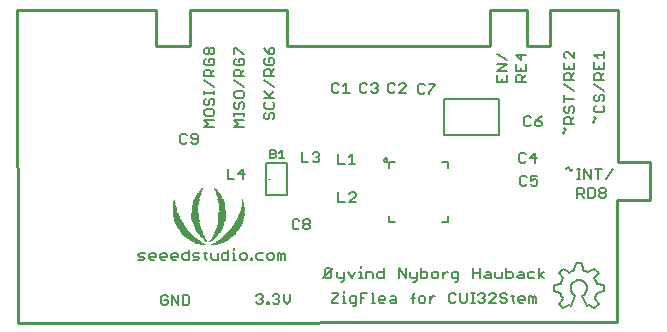
<source format=gto>
G75*
G70*
%OFA0B0*%
%FSLAX24Y24*%
%IPPOS*%
%LPD*%
%AMOC8*
5,1,8,0,0,1.08239X$1,22.5*
%
%ADD10C,0.0100*%
%ADD11C,0.0050*%
%ADD12C,0.0060*%
%ADD13C,0.0039*%
%ADD14R,0.0005X0.0005*%
%ADD15R,0.0035X0.0005*%
%ADD16R,0.0025X0.0005*%
%ADD17R,0.0060X0.0005*%
%ADD18R,0.0090X0.0005*%
%ADD19R,0.0085X0.0005*%
%ADD20R,0.0110X0.0005*%
%ADD21R,0.0115X0.0005*%
%ADD22R,0.0120X0.0005*%
%ADD23R,0.0125X0.0005*%
%ADD24R,0.0150X0.0005*%
%ADD25R,0.0145X0.0005*%
%ADD26R,0.0155X0.0005*%
%ADD27R,0.0160X0.0005*%
%ADD28R,0.0170X0.0005*%
%ADD29R,0.0175X0.0005*%
%ADD30R,0.0180X0.0005*%
%ADD31R,0.0195X0.0005*%
%ADD32R,0.0190X0.0005*%
%ADD33R,0.0200X0.0005*%
%ADD34R,0.0205X0.0005*%
%ADD35R,0.0010X0.0005*%
%ADD36R,0.0220X0.0005*%
%ADD37R,0.0225X0.0005*%
%ADD38R,0.0230X0.0005*%
%ADD39R,0.0235X0.0005*%
%ADD40R,0.0245X0.0005*%
%ADD41R,0.0240X0.0005*%
%ADD42R,0.0250X0.0005*%
%ADD43R,0.0015X0.0005*%
%ADD44R,0.0255X0.0005*%
%ADD45R,0.0260X0.0005*%
%ADD46R,0.0020X0.0005*%
%ADD47R,0.0270X0.0005*%
%ADD48R,0.0030X0.0005*%
%ADD49R,0.0265X0.0005*%
%ADD50R,0.0275X0.0005*%
%ADD51R,0.0040X0.0005*%
%ADD52R,0.0045X0.0005*%
%ADD53R,0.0280X0.0005*%
%ADD54R,0.0050X0.0005*%
%ADD55R,0.0055X0.0005*%
%ADD56R,0.0065X0.0005*%
%ADD57R,0.0285X0.0005*%
%ADD58R,0.0070X0.0005*%
%ADD59R,0.0290X0.0005*%
%ADD60R,0.0075X0.0005*%
%ADD61R,0.0295X0.0005*%
%ADD62R,0.0080X0.0005*%
%ADD63R,0.0095X0.0005*%
%ADD64R,0.0100X0.0005*%
%ADD65R,0.0105X0.0005*%
%ADD66R,0.0300X0.0005*%
%ADD67R,0.0130X0.0005*%
%ADD68R,0.0305X0.0005*%
%ADD69R,0.0135X0.0005*%
%ADD70R,0.0140X0.0005*%
%ADD71R,0.0165X0.0005*%
%ADD72R,0.0185X0.0005*%
%ADD73R,0.0210X0.0005*%
%ADD74R,0.0215X0.0005*%
D10*
X000160Y000159D02*
X000155Y010589D01*
X004780Y010589D01*
X004780Y009389D01*
X005905Y009389D01*
X005905Y010589D01*
X009155Y010585D01*
X009155Y009389D01*
X015905Y009389D01*
X015905Y010589D01*
X017155Y010589D01*
X017155Y009389D01*
X017905Y009389D01*
X017905Y010589D01*
X020166Y010589D01*
X020166Y005517D01*
X021229Y005517D01*
X021229Y004257D01*
X020156Y004257D01*
X020156Y000164D01*
X000160Y000159D01*
D11*
X008447Y004422D02*
X009155Y004422D01*
X009155Y005465D01*
X008447Y005465D01*
X008447Y004422D01*
X008585Y005641D02*
X008717Y005641D01*
X008762Y005685D01*
X008762Y005729D01*
X008717Y005773D01*
X008585Y005773D01*
X008717Y005773D02*
X008762Y005817D01*
X008762Y005861D01*
X008717Y005906D01*
X008585Y005906D01*
X008585Y005641D01*
X008875Y005641D02*
X009052Y005641D01*
X008963Y005641D02*
X008963Y005906D01*
X008875Y005817D01*
X012379Y005575D02*
X012381Y005589D01*
X012387Y005603D01*
X012395Y005615D01*
X012407Y005623D01*
X012421Y005629D01*
X012435Y005631D01*
X012449Y005629D01*
X012463Y005623D01*
X012475Y005615D01*
X012483Y005603D01*
X012489Y005589D01*
X012491Y005575D01*
X012489Y005561D01*
X012483Y005547D01*
X012475Y005535D01*
X012463Y005527D01*
X012449Y005521D01*
X012435Y005519D01*
X012421Y005521D01*
X012407Y005527D01*
X012395Y005535D01*
X012387Y005547D01*
X012381Y005561D01*
X012379Y005575D01*
X012553Y005496D02*
X012750Y005496D01*
X012553Y005496D02*
X012553Y005300D01*
X012553Y003725D02*
X012553Y003528D01*
X012750Y003528D01*
X014325Y003528D02*
X014521Y003528D01*
X014521Y003725D01*
X014521Y005300D02*
X014521Y005496D01*
X014325Y005496D01*
X014368Y006417D02*
X016193Y006417D01*
X016193Y007601D01*
X014368Y007601D01*
X014368Y006417D01*
D12*
X013866Y007789D02*
X013866Y007844D01*
X014089Y008067D01*
X014089Y008123D01*
X013866Y008123D01*
X013726Y008067D02*
X013671Y008123D01*
X013559Y008123D01*
X013504Y008067D01*
X013504Y007844D01*
X013559Y007789D01*
X013671Y007789D01*
X013726Y007844D01*
X013094Y007809D02*
X012872Y007809D01*
X013094Y008032D01*
X013094Y008087D01*
X013039Y008143D01*
X012927Y008143D01*
X012872Y008087D01*
X012732Y008087D02*
X012676Y008143D01*
X012565Y008143D01*
X012509Y008087D01*
X012509Y007865D01*
X012565Y007809D01*
X012676Y007809D01*
X012732Y007865D01*
X012174Y007864D02*
X012118Y007809D01*
X012007Y007809D01*
X011951Y007864D01*
X011811Y007864D02*
X011756Y007809D01*
X011644Y007809D01*
X011589Y007864D01*
X011589Y008087D01*
X011644Y008143D01*
X011756Y008143D01*
X011811Y008087D01*
X011951Y008087D02*
X012007Y008143D01*
X012118Y008143D01*
X012174Y008087D01*
X012174Y008031D01*
X012118Y007976D01*
X012174Y007920D01*
X012174Y007864D01*
X012118Y007976D02*
X012063Y007976D01*
X011229Y007817D02*
X011006Y007817D01*
X011117Y007817D02*
X011117Y008151D01*
X011006Y008039D01*
X010866Y008095D02*
X010811Y008151D01*
X010699Y008151D01*
X010644Y008095D01*
X010644Y007872D01*
X010699Y007817D01*
X010811Y007817D01*
X010866Y007872D01*
X010162Y005837D02*
X010051Y005837D01*
X009995Y005781D01*
X010106Y005670D02*
X010162Y005670D01*
X010218Y005614D01*
X010218Y005558D01*
X010162Y005503D01*
X010051Y005503D01*
X009995Y005558D01*
X009855Y005503D02*
X009632Y005503D01*
X009632Y005837D01*
X010162Y005837D02*
X010218Y005781D01*
X010218Y005725D01*
X010162Y005670D01*
X010838Y005795D02*
X010838Y005461D01*
X011061Y005461D01*
X011201Y005461D02*
X011423Y005461D01*
X011312Y005461D02*
X011312Y005795D01*
X011201Y005684D01*
X011273Y004501D02*
X011217Y004445D01*
X011273Y004501D02*
X011384Y004501D01*
X011440Y004445D01*
X011440Y004390D01*
X011217Y004167D01*
X011440Y004167D01*
X011077Y004167D02*
X010855Y004167D01*
X010855Y004501D01*
X009912Y003550D02*
X009912Y003495D01*
X009857Y003439D01*
X009745Y003439D01*
X009690Y003495D01*
X009690Y003550D01*
X009745Y003606D01*
X009857Y003606D01*
X009912Y003550D01*
X009857Y003439D02*
X009912Y003383D01*
X009912Y003328D01*
X009857Y003272D01*
X009745Y003272D01*
X009690Y003328D01*
X009690Y003383D01*
X009745Y003439D01*
X009550Y003550D02*
X009494Y003606D01*
X009383Y003606D01*
X009327Y003550D01*
X009327Y003328D01*
X009383Y003272D01*
X009494Y003272D01*
X009550Y003328D01*
X009009Y002472D02*
X009065Y002416D01*
X009065Y002249D01*
X008953Y002249D02*
X008953Y002416D01*
X009009Y002472D01*
X008953Y002416D02*
X008898Y002472D01*
X008842Y002472D01*
X008842Y002249D01*
X008702Y002305D02*
X008702Y002416D01*
X008647Y002472D01*
X008535Y002472D01*
X008480Y002416D01*
X008480Y002305D01*
X008535Y002249D01*
X008647Y002249D01*
X008702Y002305D01*
X008340Y002249D02*
X008173Y002249D01*
X008117Y002305D01*
X008117Y002416D01*
X008173Y002472D01*
X008340Y002472D01*
X007991Y002305D02*
X007991Y002249D01*
X007936Y002249D01*
X007936Y002305D01*
X007991Y002305D01*
X007796Y002305D02*
X007796Y002416D01*
X007740Y002472D01*
X007629Y002472D01*
X007573Y002416D01*
X007573Y002305D01*
X007629Y002249D01*
X007740Y002249D01*
X007796Y002305D01*
X007443Y002249D02*
X007332Y002249D01*
X007387Y002249D02*
X007387Y002472D01*
X007332Y002472D01*
X007387Y002583D02*
X007387Y002639D01*
X007192Y002583D02*
X007192Y002249D01*
X007025Y002249D01*
X006969Y002305D01*
X006969Y002416D01*
X007025Y002472D01*
X007192Y002472D01*
X006829Y002472D02*
X006829Y002249D01*
X006662Y002249D01*
X006607Y002305D01*
X006607Y002472D01*
X006476Y002472D02*
X006365Y002472D01*
X006421Y002527D02*
X006421Y002305D01*
X006476Y002249D01*
X006225Y002305D02*
X006170Y002360D01*
X006058Y002360D01*
X006003Y002416D01*
X006058Y002472D01*
X006225Y002472D01*
X006225Y002305D02*
X006170Y002249D01*
X006003Y002249D01*
X005863Y002249D02*
X005696Y002249D01*
X005640Y002305D01*
X005640Y002416D01*
X005696Y002472D01*
X005863Y002472D01*
X005863Y002583D02*
X005863Y002249D01*
X005500Y002360D02*
X005278Y002360D01*
X005278Y002305D02*
X005278Y002416D01*
X005333Y002472D01*
X005445Y002472D01*
X005500Y002416D01*
X005500Y002360D01*
X005445Y002249D02*
X005333Y002249D01*
X005278Y002305D01*
X005138Y002360D02*
X004915Y002360D01*
X004915Y002305D02*
X004915Y002416D01*
X004971Y002472D01*
X005082Y002472D01*
X005138Y002416D01*
X005138Y002360D01*
X005082Y002249D02*
X004971Y002249D01*
X004915Y002305D01*
X004775Y002360D02*
X004553Y002360D01*
X004553Y002305D02*
X004553Y002416D01*
X004608Y002472D01*
X004720Y002472D01*
X004775Y002416D01*
X004775Y002360D01*
X004720Y002249D02*
X004608Y002249D01*
X004553Y002305D01*
X004413Y002305D02*
X004357Y002360D01*
X004246Y002360D01*
X004190Y002416D01*
X004246Y002472D01*
X004413Y002472D01*
X004413Y002305D02*
X004357Y002249D01*
X004190Y002249D01*
X004996Y001083D02*
X004940Y001027D01*
X004940Y000805D01*
X004996Y000749D01*
X005107Y000749D01*
X005163Y000805D01*
X005163Y000916D01*
X005052Y000916D01*
X005163Y001027D02*
X005107Y001083D01*
X004996Y001083D01*
X005303Y001083D02*
X005303Y000749D01*
X005525Y000749D02*
X005303Y001083D01*
X005525Y001083D02*
X005525Y000749D01*
X005665Y000749D02*
X005665Y001083D01*
X005832Y001083D01*
X005888Y001027D01*
X005888Y000805D01*
X005832Y000749D01*
X005665Y000749D01*
X008120Y000835D02*
X008176Y000779D01*
X008287Y000779D01*
X008343Y000835D01*
X008343Y000890D01*
X008287Y000946D01*
X008232Y000946D01*
X008287Y000946D02*
X008343Y001002D01*
X008343Y001057D01*
X008287Y001113D01*
X008176Y001113D01*
X008120Y001057D01*
X008483Y000835D02*
X008483Y000779D01*
X008538Y000779D01*
X008538Y000835D01*
X008483Y000835D01*
X008664Y000835D02*
X008720Y000779D01*
X008831Y000779D01*
X008887Y000835D01*
X008887Y000890D01*
X008831Y000946D01*
X008775Y000946D01*
X008831Y000946D02*
X008887Y001002D01*
X008887Y001057D01*
X008831Y001113D01*
X008720Y001113D01*
X008664Y001057D01*
X009026Y001113D02*
X009026Y000890D01*
X009138Y000779D01*
X009249Y000890D01*
X009249Y001113D01*
X010340Y001639D02*
X010674Y001973D01*
X010619Y001917D02*
X010563Y001973D01*
X010452Y001973D01*
X010396Y001917D01*
X010396Y001695D01*
X010452Y001639D01*
X010563Y001639D01*
X010619Y001695D01*
X010619Y001917D01*
X010824Y001862D02*
X010824Y001695D01*
X010879Y001639D01*
X011046Y001639D01*
X011046Y001584D02*
X010991Y001528D01*
X010935Y001528D01*
X011046Y001584D02*
X011046Y001862D01*
X011186Y001862D02*
X011297Y001639D01*
X011409Y001862D01*
X011549Y001862D02*
X011604Y001862D01*
X011604Y001639D01*
X011549Y001639D02*
X011660Y001639D01*
X011790Y001639D02*
X011790Y001862D01*
X011957Y001862D01*
X012013Y001806D01*
X012013Y001639D01*
X012153Y001695D02*
X012153Y001806D01*
X012208Y001862D01*
X012375Y001862D01*
X012375Y001973D02*
X012375Y001639D01*
X012208Y001639D01*
X012153Y001695D01*
X012015Y001143D02*
X012015Y000809D01*
X011959Y000809D02*
X012071Y000809D01*
X012201Y000865D02*
X012201Y000976D01*
X012257Y001032D01*
X012368Y001032D01*
X012424Y000976D01*
X012424Y000920D01*
X012201Y000920D01*
X012201Y000865D02*
X012257Y000809D01*
X012368Y000809D01*
X012563Y000865D02*
X012619Y000920D01*
X012786Y000920D01*
X012786Y000976D02*
X012786Y000809D01*
X012619Y000809D01*
X012563Y000865D01*
X012619Y001032D02*
X012730Y001032D01*
X012786Y000976D01*
X013288Y000976D02*
X013400Y000976D01*
X013344Y001087D02*
X013400Y001143D01*
X013344Y001087D02*
X013344Y000809D01*
X013530Y000865D02*
X013586Y000809D01*
X013697Y000809D01*
X013753Y000865D01*
X013753Y000976D01*
X013697Y001032D01*
X013586Y001032D01*
X013530Y000976D01*
X013530Y000865D01*
X013893Y000920D02*
X014004Y001032D01*
X014060Y001032D01*
X013893Y001032D02*
X013893Y000809D01*
X014557Y000865D02*
X014613Y000809D01*
X014724Y000809D01*
X014780Y000865D01*
X014920Y000865D02*
X014975Y000809D01*
X015087Y000809D01*
X015142Y000865D01*
X015142Y001143D01*
X015282Y001143D02*
X015393Y001143D01*
X015338Y001143D02*
X015338Y000809D01*
X015393Y000809D02*
X015282Y000809D01*
X015524Y000865D02*
X015579Y000809D01*
X015691Y000809D01*
X015746Y000865D01*
X015746Y000920D01*
X015691Y000976D01*
X015635Y000976D01*
X015691Y000976D02*
X015746Y001032D01*
X015746Y001087D01*
X015691Y001143D01*
X015579Y001143D01*
X015524Y001087D01*
X015886Y001087D02*
X015942Y001143D01*
X016053Y001143D01*
X016109Y001087D01*
X016109Y001032D01*
X015886Y000809D01*
X016109Y000809D01*
X016249Y000865D02*
X016304Y000809D01*
X016416Y000809D01*
X016471Y000865D01*
X016471Y000920D01*
X016416Y000976D01*
X016304Y000976D01*
X016249Y001032D01*
X016249Y001087D01*
X016304Y001143D01*
X016416Y001143D01*
X016471Y001087D01*
X016611Y001032D02*
X016722Y001032D01*
X016667Y001087D02*
X016667Y000865D01*
X016722Y000809D01*
X016853Y000865D02*
X016908Y000809D01*
X017020Y000809D01*
X017075Y000920D02*
X016853Y000920D01*
X016853Y000865D02*
X016853Y000976D01*
X016908Y001032D01*
X017020Y001032D01*
X017075Y000976D01*
X017075Y000920D01*
X017215Y000809D02*
X017215Y001032D01*
X017271Y001032D01*
X017327Y000976D01*
X017382Y001032D01*
X017438Y000976D01*
X017438Y000809D01*
X017327Y000809D02*
X017327Y000976D01*
X017390Y001639D02*
X017223Y001639D01*
X017167Y001695D01*
X017167Y001806D01*
X017223Y001862D01*
X017390Y001862D01*
X017529Y001973D02*
X017529Y001639D01*
X017529Y001750D02*
X017696Y001639D01*
X017529Y001750D02*
X017696Y001862D01*
X018210Y001819D02*
X018350Y001959D01*
X018540Y001829D01*
X018720Y001899D02*
X018770Y002139D01*
X018960Y002139D01*
X019010Y001899D01*
X019190Y001829D02*
X019390Y001959D01*
X019530Y001819D01*
X019390Y001629D01*
X019480Y001439D02*
X019700Y001399D01*
X019700Y001199D01*
X019480Y001159D01*
X019400Y000959D02*
X019530Y000779D01*
X019390Y000639D01*
X019210Y000759D01*
X019130Y000719D01*
X018990Y001059D01*
X018750Y001059D02*
X018600Y000719D01*
X018530Y000759D01*
X018350Y000639D01*
X018210Y000779D01*
X018330Y000959D01*
X018250Y001159D02*
X018030Y001199D01*
X018030Y001399D01*
X018260Y001439D01*
X018340Y001629D02*
X018210Y001819D01*
X018252Y001143D02*
X018267Y001096D01*
X018285Y001050D01*
X018307Y001006D01*
X018332Y000964D01*
X018543Y001825D02*
X018585Y001848D01*
X018628Y001867D01*
X018673Y001884D01*
X018719Y001896D01*
X018750Y001059D02*
X018722Y001075D01*
X018695Y001094D01*
X018672Y001116D01*
X018651Y001141D01*
X018633Y001169D01*
X018618Y001198D01*
X018608Y001229D01*
X018600Y001260D01*
X018597Y001293D01*
X018598Y001325D01*
X018602Y001358D01*
X018611Y001389D01*
X018623Y001419D01*
X018638Y001448D01*
X018657Y001475D01*
X018679Y001499D01*
X018703Y001520D01*
X018730Y001539D01*
X018759Y001554D01*
X018790Y001565D01*
X018821Y001573D01*
X018854Y001577D01*
X018886Y001577D01*
X018919Y001573D01*
X018950Y001565D01*
X018981Y001554D01*
X019010Y001539D01*
X019037Y001520D01*
X019061Y001499D01*
X019083Y001475D01*
X019102Y001448D01*
X019117Y001419D01*
X019129Y001389D01*
X019138Y001358D01*
X019142Y001325D01*
X019143Y001293D01*
X019140Y001260D01*
X019132Y001229D01*
X019122Y001198D01*
X019107Y001169D01*
X019089Y001141D01*
X019068Y001116D01*
X019045Y001094D01*
X019018Y001075D01*
X018990Y001059D01*
X019482Y001440D02*
X019470Y001480D01*
X019455Y001519D01*
X019437Y001557D01*
X019417Y001593D01*
X019395Y001628D01*
X019190Y001829D02*
X019147Y001852D01*
X019103Y001872D01*
X019057Y001888D01*
X019011Y001900D01*
X019479Y001160D02*
X019469Y001118D01*
X019456Y001077D01*
X019440Y001037D01*
X019421Y000998D01*
X019399Y000961D01*
X018258Y001441D02*
X018269Y001481D01*
X018283Y001520D01*
X018299Y001557D01*
X018318Y001594D01*
X018339Y001629D01*
X017027Y001639D02*
X016860Y001639D01*
X016805Y001695D01*
X016860Y001750D01*
X017027Y001750D01*
X017027Y001806D02*
X017027Y001639D01*
X017027Y001806D02*
X016971Y001862D01*
X016860Y001862D01*
X016665Y001806D02*
X016609Y001862D01*
X016442Y001862D01*
X016442Y001973D02*
X016442Y001639D01*
X016609Y001639D01*
X016665Y001695D01*
X016665Y001806D01*
X016302Y001862D02*
X016302Y001639D01*
X016135Y001639D01*
X016080Y001695D01*
X016080Y001862D01*
X015940Y001806D02*
X015940Y001639D01*
X015773Y001639D01*
X015717Y001695D01*
X015773Y001750D01*
X015940Y001750D01*
X015940Y001806D02*
X015884Y001862D01*
X015773Y001862D01*
X015577Y001806D02*
X015355Y001806D01*
X015355Y001639D02*
X015355Y001973D01*
X015577Y001973D02*
X015577Y001639D01*
X014852Y001639D02*
X014685Y001639D01*
X014630Y001695D01*
X014630Y001806D01*
X014685Y001862D01*
X014852Y001862D01*
X014852Y001584D01*
X014797Y001528D01*
X014741Y001528D01*
X014724Y001143D02*
X014613Y001143D01*
X014557Y001087D01*
X014557Y000865D01*
X014780Y001087D02*
X014724Y001143D01*
X014920Y001143D02*
X014920Y000865D01*
X014328Y001639D02*
X014328Y001862D01*
X014439Y001862D02*
X014328Y001750D01*
X014188Y001695D02*
X014188Y001806D01*
X014132Y001862D01*
X014021Y001862D01*
X013965Y001806D01*
X013965Y001695D01*
X014021Y001639D01*
X014132Y001639D01*
X014188Y001695D01*
X014439Y001862D02*
X014495Y001862D01*
X013825Y001806D02*
X013770Y001862D01*
X013603Y001862D01*
X013603Y001973D02*
X013603Y001639D01*
X013770Y001639D01*
X013825Y001695D01*
X013825Y001806D01*
X013463Y001862D02*
X013463Y001584D01*
X013407Y001528D01*
X013351Y001528D01*
X013296Y001639D02*
X013463Y001639D01*
X013296Y001639D02*
X013240Y001695D01*
X013240Y001862D01*
X013100Y001973D02*
X013100Y001639D01*
X012878Y001973D01*
X012878Y001639D01*
X012015Y001143D02*
X011959Y001143D01*
X011819Y001143D02*
X011597Y001143D01*
X011597Y000809D01*
X011457Y000809D02*
X011290Y000809D01*
X011234Y000865D01*
X011234Y000976D01*
X011290Y001032D01*
X011457Y001032D01*
X011457Y000754D01*
X011401Y000698D01*
X011346Y000698D01*
X011104Y000809D02*
X010993Y000809D01*
X011048Y000809D02*
X011048Y001032D01*
X010993Y001032D01*
X011048Y001143D02*
X011048Y001199D01*
X010853Y001143D02*
X010853Y001087D01*
X010630Y000865D01*
X010630Y000809D01*
X010853Y000809D01*
X010853Y001143D02*
X010630Y001143D01*
X011597Y000976D02*
X011708Y000976D01*
X011604Y001973D02*
X011604Y002029D01*
X007688Y004958D02*
X007688Y005292D01*
X007521Y005125D01*
X007744Y005125D01*
X007382Y004958D02*
X007159Y004958D01*
X007159Y005292D01*
X006176Y006183D02*
X006176Y006406D01*
X006120Y006461D01*
X006009Y006461D01*
X005953Y006406D01*
X005953Y006350D01*
X006009Y006294D01*
X006176Y006294D01*
X006176Y006183D02*
X006120Y006127D01*
X006009Y006127D01*
X005953Y006183D01*
X005813Y006183D02*
X005757Y006127D01*
X005646Y006127D01*
X005590Y006183D01*
X005590Y006406D01*
X005646Y006461D01*
X005757Y006461D01*
X005813Y006406D01*
X006386Y006679D02*
X006498Y006790D01*
X006386Y006902D01*
X006720Y006902D01*
X006665Y007042D02*
X006442Y007042D01*
X006386Y007097D01*
X006386Y007209D01*
X006442Y007264D01*
X006665Y007264D01*
X006720Y007209D01*
X006720Y007097D01*
X006665Y007042D01*
X006665Y007404D02*
X006720Y007460D01*
X006720Y007571D01*
X006665Y007627D01*
X006609Y007627D01*
X006553Y007571D01*
X006553Y007460D01*
X006498Y007404D01*
X006442Y007404D01*
X006386Y007460D01*
X006386Y007571D01*
X006442Y007627D01*
X006386Y007767D02*
X006386Y007878D01*
X006386Y007822D02*
X006720Y007822D01*
X006720Y007767D02*
X006720Y007878D01*
X006720Y008008D02*
X006386Y008231D01*
X006386Y008371D02*
X006386Y008538D01*
X006442Y008593D01*
X006553Y008593D01*
X006609Y008538D01*
X006609Y008371D01*
X006609Y008482D02*
X006720Y008593D01*
X006665Y008733D02*
X006720Y008789D01*
X006720Y008900D01*
X006665Y008956D01*
X006553Y008956D01*
X006553Y008844D01*
X006442Y008733D02*
X006665Y008733D01*
X006442Y008733D02*
X006386Y008789D01*
X006386Y008900D01*
X006442Y008956D01*
X006442Y009096D02*
X006498Y009096D01*
X006553Y009151D01*
X006553Y009263D01*
X006609Y009318D01*
X006665Y009318D01*
X006720Y009263D01*
X006720Y009151D01*
X006665Y009096D01*
X006609Y009096D01*
X006553Y009151D01*
X006553Y009263D02*
X006498Y009318D01*
X006442Y009318D01*
X006386Y009263D01*
X006386Y009151D01*
X006442Y009096D01*
X006386Y008371D02*
X006720Y008371D01*
X007386Y008371D02*
X007386Y008538D01*
X007442Y008593D01*
X007553Y008593D01*
X007609Y008538D01*
X007609Y008371D01*
X007609Y008482D02*
X007720Y008593D01*
X007665Y008733D02*
X007720Y008789D01*
X007720Y008900D01*
X007665Y008956D01*
X007553Y008956D01*
X007553Y008844D01*
X007442Y008733D02*
X007665Y008733D01*
X007442Y008733D02*
X007386Y008789D01*
X007386Y008900D01*
X007442Y008956D01*
X007386Y009096D02*
X007386Y009318D01*
X007442Y009318D01*
X007665Y009096D01*
X007720Y009096D01*
X007720Y008371D02*
X007386Y008371D01*
X007386Y008231D02*
X007720Y008008D01*
X007665Y007868D02*
X007442Y007868D01*
X007386Y007813D01*
X007386Y007701D01*
X007442Y007646D01*
X007665Y007646D01*
X007720Y007701D01*
X007720Y007813D01*
X007665Y007868D01*
X007665Y007506D02*
X007720Y007450D01*
X007720Y007339D01*
X007665Y007283D01*
X007553Y007339D02*
X007553Y007450D01*
X007609Y007506D01*
X007665Y007506D01*
X007553Y007339D02*
X007498Y007283D01*
X007442Y007283D01*
X007386Y007339D01*
X007386Y007450D01*
X007442Y007506D01*
X007386Y007153D02*
X007386Y007042D01*
X007386Y007097D02*
X007720Y007097D01*
X007720Y007042D02*
X007720Y007153D01*
X007720Y006902D02*
X007386Y006902D01*
X007498Y006790D01*
X007386Y006679D01*
X007720Y006679D01*
X008386Y006985D02*
X008442Y006929D01*
X008498Y006929D01*
X008553Y006985D01*
X008553Y007096D01*
X008609Y007152D01*
X008665Y007152D01*
X008720Y007096D01*
X008720Y006985D01*
X008665Y006929D01*
X008386Y006985D02*
X008386Y007096D01*
X008442Y007152D01*
X008442Y007292D02*
X008665Y007292D01*
X008720Y007347D01*
X008720Y007459D01*
X008665Y007514D01*
X008720Y007654D02*
X008386Y007654D01*
X008442Y007514D02*
X008386Y007459D01*
X008386Y007347D01*
X008442Y007292D01*
X008609Y007654D02*
X008386Y007877D01*
X008553Y007710D02*
X008720Y007877D01*
X008720Y008017D02*
X008386Y008239D01*
X008386Y008379D02*
X008386Y008546D01*
X008442Y008602D01*
X008553Y008602D01*
X008609Y008546D01*
X008609Y008379D01*
X008720Y008379D02*
X008386Y008379D01*
X008609Y008490D02*
X008720Y008602D01*
X008665Y008742D02*
X008720Y008797D01*
X008720Y008909D01*
X008665Y008964D01*
X008553Y008964D01*
X008553Y008853D01*
X008442Y008964D02*
X008386Y008909D01*
X008386Y008797D01*
X008442Y008742D01*
X008665Y008742D01*
X008665Y009104D02*
X008553Y009104D01*
X008553Y009271D01*
X008609Y009327D01*
X008665Y009327D01*
X008720Y009271D01*
X008720Y009160D01*
X008665Y009104D01*
X008553Y009104D02*
X008442Y009215D01*
X008386Y009327D01*
X006720Y006679D02*
X006386Y006679D01*
X016136Y008179D02*
X016470Y008179D01*
X016470Y008402D01*
X016470Y008542D02*
X016136Y008542D01*
X016470Y008764D01*
X016136Y008764D01*
X016136Y008402D02*
X016136Y008179D01*
X016303Y008179D02*
X016303Y008290D01*
X016761Y008346D02*
X016761Y008179D01*
X017095Y008179D01*
X016984Y008179D02*
X016984Y008346D01*
X016928Y008402D01*
X016817Y008402D01*
X016761Y008346D01*
X016761Y008542D02*
X017095Y008542D01*
X017095Y008764D01*
X016928Y008653D02*
X016928Y008542D01*
X016761Y008542D02*
X016761Y008764D01*
X016928Y008904D02*
X016928Y009127D01*
X016761Y009071D02*
X016928Y008904D01*
X017095Y009071D02*
X016761Y009071D01*
X016470Y008904D02*
X016136Y009127D01*
X016984Y008290D02*
X017095Y008402D01*
X018386Y008409D02*
X018386Y008242D01*
X018720Y008242D01*
X018609Y008242D02*
X018609Y008409D01*
X018553Y008464D01*
X018442Y008464D01*
X018386Y008409D01*
X018386Y008604D02*
X018720Y008604D01*
X018720Y008827D01*
X018720Y008966D02*
X018498Y009189D01*
X018442Y009189D01*
X018386Y009133D01*
X018386Y009022D01*
X018442Y008966D01*
X018386Y008827D02*
X018386Y008604D01*
X018553Y008604D02*
X018553Y008715D01*
X018720Y008464D02*
X018609Y008353D01*
X018386Y008102D02*
X018720Y007879D01*
X018720Y007628D02*
X018386Y007628D01*
X018386Y007517D02*
X018386Y007739D01*
X018442Y007377D02*
X018386Y007321D01*
X018386Y007210D01*
X018442Y007154D01*
X018498Y007154D01*
X018553Y007210D01*
X018553Y007321D01*
X018609Y007377D01*
X018665Y007377D01*
X018720Y007321D01*
X018720Y007210D01*
X018665Y007154D01*
X018720Y007014D02*
X018609Y006903D01*
X018609Y006959D02*
X018609Y006792D01*
X018720Y006792D02*
X018386Y006792D01*
X018386Y006959D01*
X018442Y007014D01*
X018553Y007014D01*
X018609Y006959D01*
X018386Y006652D02*
X018442Y006596D01*
X018331Y006485D01*
X018386Y006429D01*
X017641Y006759D02*
X017641Y006814D01*
X017586Y006870D01*
X017419Y006870D01*
X017419Y006759D01*
X017474Y006703D01*
X017586Y006703D01*
X017641Y006759D01*
X017530Y006981D02*
X017419Y006870D01*
X017530Y006981D02*
X017641Y007037D01*
X017279Y006981D02*
X017223Y007037D01*
X017112Y007037D01*
X017056Y006981D01*
X017056Y006759D01*
X017112Y006703D01*
X017223Y006703D01*
X017279Y006759D01*
X017411Y005821D02*
X017244Y005654D01*
X017467Y005654D01*
X017411Y005487D02*
X017411Y005821D01*
X017104Y005766D02*
X017049Y005821D01*
X016937Y005821D01*
X016882Y005766D01*
X016882Y005543D01*
X016937Y005487D01*
X017049Y005487D01*
X017104Y005543D01*
X017074Y005055D02*
X016962Y005055D01*
X016907Y004999D01*
X016907Y004777D01*
X016962Y004721D01*
X017074Y004721D01*
X017129Y004777D01*
X017269Y004777D02*
X017325Y004721D01*
X017436Y004721D01*
X017492Y004777D01*
X017492Y004888D01*
X017436Y004944D01*
X017381Y004944D01*
X017269Y004888D01*
X017269Y005055D01*
X017492Y005055D01*
X017129Y004999D02*
X017074Y005055D01*
X018445Y005283D02*
X018501Y005339D01*
X018612Y005227D01*
X018668Y005283D01*
X018808Y005283D02*
X018919Y005283D01*
X018863Y005283D02*
X018863Y004949D01*
X018808Y004949D02*
X018919Y004949D01*
X019049Y004949D02*
X019049Y005283D01*
X019272Y004949D01*
X019272Y005283D01*
X019412Y005283D02*
X019634Y005283D01*
X019523Y005283D02*
X019523Y004949D01*
X019774Y004949D02*
X019997Y005283D01*
X019712Y004658D02*
X019768Y004602D01*
X019768Y004547D01*
X019712Y004491D01*
X019601Y004491D01*
X019545Y004547D01*
X019545Y004602D01*
X019601Y004658D01*
X019712Y004658D01*
X019712Y004491D02*
X019768Y004435D01*
X019768Y004380D01*
X019712Y004324D01*
X019601Y004324D01*
X019545Y004380D01*
X019545Y004435D01*
X019601Y004491D01*
X019405Y004380D02*
X019405Y004602D01*
X019350Y004658D01*
X019183Y004658D01*
X019183Y004324D01*
X019350Y004324D01*
X019405Y004380D01*
X019043Y004324D02*
X018932Y004435D01*
X018987Y004435D02*
X018820Y004435D01*
X018820Y004324D02*
X018820Y004658D01*
X018987Y004658D01*
X019043Y004602D01*
X019043Y004491D01*
X018987Y004435D01*
X019386Y006804D02*
X019331Y006860D01*
X019442Y006971D01*
X019386Y007027D01*
X019442Y007167D02*
X019665Y007167D01*
X019720Y007222D01*
X019720Y007334D01*
X019665Y007389D01*
X019665Y007529D02*
X019720Y007585D01*
X019720Y007696D01*
X019665Y007752D01*
X019609Y007752D01*
X019553Y007696D01*
X019553Y007585D01*
X019498Y007529D01*
X019442Y007529D01*
X019386Y007585D01*
X019386Y007696D01*
X019442Y007752D01*
X019720Y007892D02*
X019386Y008114D01*
X019386Y008254D02*
X019386Y008421D01*
X019442Y008477D01*
X019553Y008477D01*
X019609Y008421D01*
X019609Y008254D01*
X019720Y008254D02*
X019386Y008254D01*
X019609Y008365D02*
X019720Y008477D01*
X019720Y008617D02*
X019386Y008617D01*
X019386Y008839D01*
X019498Y008979D02*
X019386Y009090D01*
X019720Y009090D01*
X019720Y008979D02*
X019720Y009202D01*
X019720Y008839D02*
X019720Y008617D01*
X019553Y008617D02*
X019553Y008728D01*
X018720Y008966D02*
X018720Y009189D01*
X019442Y007389D02*
X019386Y007334D01*
X019386Y007222D01*
X019442Y007167D01*
D13*
X008584Y004933D02*
X008506Y004933D01*
D14*
X007675Y004229D03*
X007085Y002849D03*
X007055Y002834D03*
X006895Y002774D03*
X006800Y002749D03*
X006665Y002729D03*
X006580Y002829D03*
X006590Y002839D03*
X006485Y002829D03*
X006400Y002729D03*
X006275Y002749D03*
X006140Y002784D03*
X006130Y002789D03*
X006120Y002794D03*
X005395Y004219D03*
X005395Y004224D03*
D15*
X005390Y004159D03*
X005390Y004154D03*
X005390Y004149D03*
X005390Y004144D03*
X006305Y004584D03*
X006310Y004589D03*
X006755Y004589D03*
X007685Y004144D03*
X006620Y002869D03*
X006445Y002869D03*
X006425Y002729D03*
D16*
X006455Y002859D03*
X006645Y002729D03*
X005390Y004164D03*
X005390Y004169D03*
X005390Y004174D03*
X005390Y004179D03*
X006315Y004594D03*
X006315Y004599D03*
D17*
X006283Y004549D03*
X006278Y004544D03*
X006278Y004539D03*
X006273Y004534D03*
X006783Y004549D03*
X006788Y004539D03*
X006793Y004534D03*
X007683Y004094D03*
X007683Y004089D03*
X007688Y004104D03*
X006648Y002899D03*
X006673Y002734D03*
X006403Y002734D03*
X005388Y004089D03*
D18*
X005393Y004014D03*
X005393Y004009D03*
X006233Y004469D03*
X006238Y004474D03*
X006243Y004479D03*
X006243Y004484D03*
X006823Y004479D03*
X006828Y004474D03*
X006698Y002959D03*
X006693Y002954D03*
X006373Y002954D03*
X006373Y002949D03*
X006363Y002964D03*
X006383Y002739D03*
D19*
X006380Y002939D03*
X006380Y002944D03*
X006685Y002944D03*
X006690Y002949D03*
X006690Y002739D03*
X007680Y004014D03*
X007680Y004019D03*
X007680Y004024D03*
X007680Y004034D03*
X006820Y004484D03*
X006820Y004489D03*
X006815Y004494D03*
X006250Y004494D03*
X006245Y004489D03*
X005395Y004034D03*
X005390Y004029D03*
X005390Y004019D03*
X005390Y004039D03*
D20*
X005398Y003964D03*
X005398Y003954D03*
X005398Y003949D03*
X006213Y004429D03*
X006218Y004439D03*
X006843Y004444D03*
X007678Y003969D03*
X007678Y003964D03*
X007678Y003959D03*
X007678Y003954D03*
X006728Y002999D03*
X006343Y002994D03*
X006333Y003004D03*
X006363Y002744D03*
D21*
X006335Y002999D03*
X006735Y003004D03*
X006735Y003009D03*
X006715Y002744D03*
X007675Y003934D03*
X007675Y003944D03*
X007675Y003949D03*
X006860Y004409D03*
X006855Y004419D03*
X006855Y004424D03*
X006850Y004429D03*
X006210Y004424D03*
X006205Y004419D03*
X005395Y003959D03*
X005400Y003944D03*
X005400Y003934D03*
D22*
X005398Y003939D03*
X005403Y003924D03*
X006203Y004399D03*
X006203Y004404D03*
X006203Y004409D03*
X006208Y004414D03*
X006858Y004414D03*
X006863Y004404D03*
X006868Y004394D03*
X007673Y003939D03*
X007673Y003929D03*
X007673Y003924D03*
X006743Y003019D03*
X006738Y003014D03*
X006343Y002749D03*
X006328Y003009D03*
X006328Y003014D03*
X006318Y003019D03*
X006318Y003024D03*
D23*
X006310Y003029D03*
X006745Y003024D03*
X006755Y003034D03*
X006730Y002749D03*
X007670Y003914D03*
X006870Y004389D03*
X006865Y004399D03*
X006195Y004394D03*
X006195Y004389D03*
X006190Y004384D03*
X005400Y003929D03*
X005400Y003919D03*
X005405Y003914D03*
D24*
X005413Y003849D03*
X005418Y003834D03*
X005418Y003824D03*
X006158Y004309D03*
X006163Y004319D03*
X006168Y004324D03*
X006898Y004324D03*
X006898Y004319D03*
X006903Y004314D03*
X006903Y004309D03*
X007663Y003854D03*
X007663Y003844D03*
X007658Y003839D03*
X007658Y003829D03*
X006808Y003119D03*
X006798Y003104D03*
X006793Y003099D03*
X006788Y003084D03*
X006278Y003084D03*
X006273Y003094D03*
X006268Y003099D03*
X006263Y003109D03*
X006323Y002754D03*
D25*
X006290Y003064D03*
X006285Y003074D03*
X006280Y003079D03*
X006275Y003089D03*
X006780Y003074D03*
X006785Y003079D03*
X006790Y003089D03*
X006750Y002754D03*
X007660Y003849D03*
X007665Y003869D03*
X006895Y004329D03*
X006895Y004334D03*
X006890Y004339D03*
X006890Y004344D03*
X006175Y004344D03*
X006170Y004334D03*
X006170Y004329D03*
X005410Y003869D03*
X005410Y003859D03*
X005415Y003844D03*
D26*
X005415Y003839D03*
X005415Y003829D03*
X005420Y003814D03*
X005420Y003809D03*
X005425Y003794D03*
X006155Y004304D03*
X006165Y004314D03*
X006905Y004304D03*
X007655Y003834D03*
X007655Y003824D03*
X007655Y003814D03*
X006800Y003109D03*
X006790Y003094D03*
X006265Y003104D03*
X006260Y003114D03*
X006255Y003119D03*
X006310Y002759D03*
D27*
X006298Y002764D03*
X006258Y003124D03*
X006248Y003134D03*
X006803Y003114D03*
X006808Y003124D03*
X006813Y003129D03*
X006818Y003139D03*
X006763Y002759D03*
X007648Y003789D03*
X007653Y003804D03*
X007653Y003809D03*
X007653Y003819D03*
X006918Y004269D03*
X006918Y004274D03*
X006913Y004279D03*
X006913Y004289D03*
X006908Y004294D03*
X006908Y004299D03*
X006158Y004299D03*
X006153Y004289D03*
X006148Y004274D03*
X005418Y003819D03*
X005423Y003804D03*
X005423Y003799D03*
D28*
X005428Y003784D03*
X005428Y003779D03*
X005428Y003774D03*
X006133Y004229D03*
X006133Y004239D03*
X006138Y004244D03*
X006138Y004249D03*
X006143Y004259D03*
X006928Y004244D03*
X006928Y004239D03*
X006933Y004234D03*
X007648Y003794D03*
X007648Y003784D03*
X007648Y003779D03*
X007643Y003769D03*
X007643Y003764D03*
X006828Y003159D03*
X006828Y003154D03*
X006823Y003149D03*
X006823Y003144D03*
X006778Y002764D03*
X006243Y003144D03*
X006243Y003149D03*
X006228Y003174D03*
D29*
X006230Y003169D03*
X006225Y003179D03*
X006220Y003189D03*
X006235Y003154D03*
X006285Y002769D03*
X006785Y002769D03*
X006830Y003164D03*
X006835Y003169D03*
X006840Y003179D03*
X007640Y003754D03*
X007640Y003759D03*
X006935Y004219D03*
X006930Y004229D03*
X006925Y004249D03*
X006135Y004234D03*
X006130Y004219D03*
X006125Y004209D03*
X005435Y003764D03*
X005430Y003759D03*
X005435Y003754D03*
X005430Y003769D03*
D30*
X005433Y003749D03*
X005438Y003744D03*
X005438Y003739D03*
X005438Y003734D03*
X005443Y003724D03*
X006123Y004199D03*
X006128Y004214D03*
X006133Y004224D03*
X006933Y004224D03*
X006938Y004214D03*
X006938Y004209D03*
X006943Y004199D03*
X006943Y004194D03*
X007638Y003749D03*
X007638Y003744D03*
X007633Y003739D03*
X007633Y003734D03*
X007633Y003729D03*
X007633Y003724D03*
X006858Y003214D03*
X006853Y003204D03*
X006848Y003194D03*
X006848Y003189D03*
X006843Y003184D03*
X006838Y003174D03*
X006798Y002774D03*
X006273Y002774D03*
X006233Y003164D03*
X006223Y003184D03*
X006218Y003194D03*
X006213Y003199D03*
X006213Y003204D03*
D31*
X006185Y003264D03*
X006180Y003269D03*
X006250Y002784D03*
X006260Y002779D03*
X006865Y003239D03*
X006875Y003254D03*
X006875Y003259D03*
X006880Y003264D03*
X006880Y003269D03*
X007615Y003669D03*
X007620Y003679D03*
X007620Y003684D03*
X007620Y003689D03*
X007625Y003694D03*
X006960Y004119D03*
X006960Y004124D03*
X006960Y004129D03*
X006960Y004134D03*
X006105Y004134D03*
X006105Y004129D03*
X006105Y004124D03*
X006105Y004119D03*
X006100Y004114D03*
X005445Y003709D03*
X005450Y003699D03*
X005450Y003694D03*
X005450Y003689D03*
X005455Y003684D03*
X005455Y003679D03*
D32*
X005448Y003704D03*
X006108Y004139D03*
X006108Y004144D03*
X006108Y004149D03*
X006113Y004154D03*
X006113Y004159D03*
X006113Y004169D03*
X006118Y004174D03*
X006118Y004179D03*
X006948Y004179D03*
X006948Y004174D03*
X006953Y004159D03*
X006953Y004154D03*
X006953Y004144D03*
X006958Y004139D03*
X007623Y003709D03*
X007628Y003704D03*
X007623Y003699D03*
X006873Y003249D03*
X006873Y003244D03*
X006868Y003234D03*
X006863Y003224D03*
X006858Y003219D03*
X006813Y002779D03*
X006203Y003229D03*
X006198Y003234D03*
X006198Y003239D03*
X006193Y003244D03*
X006193Y003249D03*
X006188Y003254D03*
D33*
X006188Y003259D03*
X006183Y003274D03*
X006178Y003279D03*
X006178Y003284D03*
X006173Y003289D03*
X006173Y003294D03*
X006238Y002789D03*
X006823Y002784D03*
X006843Y002794D03*
X006883Y003274D03*
X006888Y003279D03*
X006888Y003284D03*
X006893Y003289D03*
X006893Y003299D03*
X006898Y003309D03*
X006968Y004084D03*
X006968Y004089D03*
X006968Y004094D03*
X006963Y004104D03*
X006963Y004109D03*
X006963Y004114D03*
X007618Y003674D03*
X007613Y003664D03*
X007613Y003659D03*
X007608Y003649D03*
X006103Y004109D03*
X006098Y004099D03*
X006098Y004094D03*
X005458Y003674D03*
X005458Y003669D03*
D34*
X005460Y003664D03*
X005460Y003659D03*
X005465Y003654D03*
X005465Y003649D03*
X005470Y003644D03*
X005475Y003619D03*
X006155Y003339D03*
X006160Y003329D03*
X006160Y003319D03*
X006165Y003314D03*
X006165Y003309D03*
X006170Y003304D03*
X006170Y003299D03*
X006230Y002794D03*
X006835Y002789D03*
X006890Y003294D03*
X006895Y003304D03*
X006900Y003314D03*
X006900Y003319D03*
X006905Y003329D03*
X006910Y003344D03*
X006975Y004049D03*
X006975Y004064D03*
X006970Y004069D03*
X006970Y004074D03*
X006970Y004079D03*
X006965Y004099D03*
X007610Y003654D03*
X007605Y003644D03*
X006090Y004049D03*
X006090Y004054D03*
X006090Y004059D03*
X006095Y004069D03*
X006095Y004079D03*
X006095Y004084D03*
X006095Y004089D03*
X006100Y004104D03*
D35*
X006333Y004619D03*
X006338Y004624D03*
X006728Y004624D03*
X006733Y004619D03*
X007678Y004224D03*
X007678Y004219D03*
X007678Y004214D03*
X007678Y004209D03*
X006953Y002794D03*
X006583Y002834D03*
X006473Y002839D03*
X005393Y004194D03*
X005393Y004199D03*
X005393Y004204D03*
X005393Y004209D03*
X005393Y004214D03*
D36*
X005483Y003604D03*
X005488Y003589D03*
X005488Y003584D03*
X005493Y003579D03*
X005493Y003574D03*
X006078Y003924D03*
X006078Y003934D03*
X006078Y003944D03*
X006078Y003949D03*
X006078Y003954D03*
X006078Y003969D03*
X006083Y003974D03*
X006083Y003979D03*
X006083Y003989D03*
X006083Y003994D03*
X006083Y004004D03*
X006118Y003464D03*
X006123Y003449D03*
X006123Y003439D03*
X006128Y003434D03*
X006128Y003429D03*
X006128Y003424D03*
X006128Y003419D03*
X006128Y003414D03*
X006133Y003409D03*
X006133Y003404D03*
X006138Y003394D03*
X006213Y002799D03*
X006863Y002799D03*
X006928Y003394D03*
X006933Y003404D03*
X006933Y003409D03*
X006933Y003414D03*
X006933Y003419D03*
X006938Y003424D03*
X006938Y003429D03*
X006938Y003434D03*
X006943Y003444D03*
X006943Y003449D03*
X006948Y003469D03*
X006958Y003504D03*
X006988Y003919D03*
X006988Y003924D03*
X006988Y003929D03*
X006988Y003934D03*
X006988Y003939D03*
X006983Y003969D03*
X006983Y003974D03*
X006983Y003979D03*
X006983Y003984D03*
X006983Y003989D03*
X006978Y004024D03*
X007593Y003609D03*
X007588Y003589D03*
X007583Y003579D03*
X007578Y003574D03*
D37*
X007580Y003569D03*
X007575Y003564D03*
X007585Y003584D03*
X006965Y003539D03*
X006960Y003514D03*
X006955Y003494D03*
X006950Y003489D03*
X006955Y003484D03*
X006950Y003479D03*
X006950Y003474D03*
X006945Y003464D03*
X006945Y003459D03*
X006945Y003454D03*
X006940Y003439D03*
X006990Y003869D03*
X006990Y003879D03*
X006990Y003884D03*
X006990Y003889D03*
X006990Y003894D03*
X006990Y003899D03*
X006990Y003904D03*
X006990Y003909D03*
X006990Y003914D03*
X006985Y003944D03*
X006985Y003954D03*
X006985Y003964D03*
X006080Y003964D03*
X006080Y003959D03*
X006075Y003939D03*
X006075Y003929D03*
X006075Y003919D03*
X006075Y003914D03*
X006075Y003909D03*
X006075Y003904D03*
X006075Y003899D03*
X006075Y003894D03*
X006075Y003889D03*
X006075Y003884D03*
X006100Y003529D03*
X006105Y003519D03*
X006105Y003509D03*
X006105Y003504D03*
X006110Y003494D03*
X006110Y003489D03*
X006110Y003484D03*
X006110Y003479D03*
X006115Y003474D03*
X006115Y003469D03*
X006120Y003459D03*
X006120Y003454D03*
X006125Y003444D03*
X006200Y002804D03*
X006875Y002804D03*
X005500Y003559D03*
X005500Y003564D03*
X005495Y003569D03*
X005485Y003599D03*
D38*
X005503Y003554D03*
X005503Y003549D03*
X005508Y003544D03*
X005508Y003539D03*
X005508Y003534D03*
X006078Y003679D03*
X006078Y003689D03*
X006078Y003694D03*
X006078Y003699D03*
X006078Y003704D03*
X006073Y003729D03*
X006073Y003744D03*
X006073Y003759D03*
X006073Y003779D03*
X006073Y003784D03*
X006073Y003789D03*
X006073Y003794D03*
X006073Y003799D03*
X006073Y003804D03*
X006073Y003809D03*
X006073Y003814D03*
X006073Y003819D03*
X006073Y003824D03*
X006073Y003829D03*
X006073Y003834D03*
X006073Y003839D03*
X006073Y003844D03*
X006073Y003849D03*
X006073Y003854D03*
X006073Y003859D03*
X006073Y003864D03*
X006073Y003869D03*
X006073Y003874D03*
X006073Y003879D03*
X006083Y003664D03*
X006083Y003654D03*
X006083Y003644D03*
X006083Y003629D03*
X006083Y003624D03*
X006088Y003609D03*
X006088Y003604D03*
X006088Y003599D03*
X006088Y003594D03*
X006088Y003589D03*
X006093Y003584D03*
X006093Y003569D03*
X006093Y003564D03*
X006098Y003554D03*
X006098Y003549D03*
X006098Y003544D03*
X006098Y003539D03*
X006103Y003534D03*
X006103Y003524D03*
X006108Y003499D03*
X006183Y002814D03*
X006193Y002809D03*
X006878Y002809D03*
X006888Y002814D03*
X006898Y002819D03*
X006958Y003499D03*
X006958Y003509D03*
X006958Y003519D03*
X006963Y003524D03*
X006963Y003529D03*
X006963Y003534D03*
X006968Y003544D03*
X006968Y003549D03*
X006968Y003554D03*
X006968Y003564D03*
X006973Y003569D03*
X006973Y003574D03*
X006973Y003579D03*
X006973Y003589D03*
X006978Y003594D03*
X006978Y003599D03*
X006978Y003604D03*
X006978Y003624D03*
X006978Y003634D03*
X006983Y003649D03*
X006983Y003654D03*
X006983Y003659D03*
X006983Y003664D03*
X006988Y003694D03*
X006993Y003784D03*
X006993Y003789D03*
X006993Y003794D03*
X006993Y003804D03*
X006993Y003809D03*
X006993Y003814D03*
X006993Y003819D03*
X006993Y003824D03*
X006993Y003829D03*
X006993Y003834D03*
X006993Y003839D03*
X006993Y003844D03*
X006993Y003849D03*
X006993Y003854D03*
X006993Y003859D03*
X006993Y003864D03*
X006993Y003874D03*
X007573Y003559D03*
X007573Y003554D03*
X007568Y003549D03*
X007568Y003544D03*
X007563Y003534D03*
X007558Y003524D03*
D39*
X007560Y003529D03*
X007555Y003519D03*
X007555Y003514D03*
X007565Y003539D03*
X006980Y003619D03*
X006975Y003614D03*
X006975Y003609D03*
X006980Y003629D03*
X006980Y003639D03*
X006980Y003644D03*
X006985Y003669D03*
X006985Y003674D03*
X006985Y003679D03*
X006985Y003684D03*
X006985Y003689D03*
X006985Y003699D03*
X006985Y003704D03*
X006990Y003709D03*
X006985Y003714D03*
X006990Y003724D03*
X006990Y003729D03*
X006990Y003734D03*
X006990Y003739D03*
X006990Y003744D03*
X006990Y003749D03*
X006990Y003754D03*
X006990Y003759D03*
X006990Y003764D03*
X006990Y003769D03*
X006990Y003774D03*
X006990Y003779D03*
X006990Y003799D03*
X006975Y003584D03*
X006970Y003559D03*
X006105Y003514D03*
X006095Y003559D03*
X006090Y003574D03*
X006090Y003579D03*
X006085Y003614D03*
X006085Y003619D03*
X006085Y003634D03*
X006080Y003649D03*
X006080Y003659D03*
X006080Y003669D03*
X006080Y003674D03*
X006080Y003684D03*
X006075Y003709D03*
X006075Y003714D03*
X006075Y003719D03*
X006075Y003724D03*
X006075Y003734D03*
X006075Y003739D03*
X006075Y003749D03*
X006075Y003754D03*
X006075Y003764D03*
X006075Y003769D03*
X006075Y003774D03*
X005515Y003529D03*
X005515Y003524D03*
X006165Y002824D03*
X006175Y002819D03*
D40*
X006150Y002829D03*
X006910Y002824D03*
X006925Y002834D03*
X007535Y003474D03*
X007540Y003484D03*
X007545Y003489D03*
X005545Y003459D03*
X005540Y003469D03*
X005540Y003474D03*
X005535Y003479D03*
X005535Y003484D03*
X005530Y003489D03*
X005530Y003494D03*
X005525Y003499D03*
D41*
X005523Y003504D03*
X005523Y003509D03*
X005518Y003514D03*
X005518Y003519D03*
X006083Y003639D03*
X006988Y003719D03*
X007543Y003494D03*
X007548Y003499D03*
X007548Y003504D03*
X007553Y003509D03*
X006918Y002829D03*
D42*
X007518Y003439D03*
X007523Y003449D03*
X007523Y003454D03*
X007528Y003459D03*
X007528Y003464D03*
X007533Y003469D03*
X007538Y003479D03*
X006148Y002834D03*
X006138Y002839D03*
X005558Y003439D03*
X005553Y003444D03*
X005548Y003449D03*
X005548Y003454D03*
X005543Y003464D03*
D43*
X006470Y002844D03*
X006480Y002834D03*
X006595Y002844D03*
X006605Y002854D03*
X007680Y004189D03*
X007680Y004204D03*
X006735Y004614D03*
X006330Y004614D03*
X006325Y004609D03*
D44*
X005560Y003434D03*
X005565Y003424D03*
X005570Y003414D03*
X006130Y002844D03*
X006940Y002839D03*
X006950Y002849D03*
X007505Y003414D03*
X007505Y003419D03*
X007510Y003424D03*
X007510Y003429D03*
X007515Y003434D03*
X007520Y003444D03*
D45*
X007498Y003409D03*
X007498Y003404D03*
X007493Y003394D03*
X007488Y003384D03*
X006968Y002859D03*
X006963Y002854D03*
X006948Y002844D03*
X006118Y002849D03*
X006108Y002854D03*
X005588Y003384D03*
X005583Y003394D03*
X005578Y003399D03*
X005578Y003404D03*
X005573Y003409D03*
X005568Y003419D03*
X005563Y003429D03*
D46*
X005393Y004184D03*
X005393Y004189D03*
X006323Y004604D03*
X006738Y004609D03*
X006743Y004604D03*
X007678Y004199D03*
X007683Y004194D03*
X007683Y004184D03*
X007683Y004179D03*
X006598Y002849D03*
X006463Y002849D03*
X006458Y002854D03*
D47*
X006103Y002859D03*
X006068Y002879D03*
X006048Y002894D03*
X005623Y003324D03*
X005618Y003334D03*
X005613Y003339D03*
X005613Y003344D03*
X005608Y003349D03*
X005603Y003359D03*
X005593Y003374D03*
X006983Y002869D03*
X006998Y002874D03*
X007458Y003339D03*
X007463Y003344D03*
X007468Y003349D03*
X007468Y003354D03*
X007473Y003359D03*
D48*
X007683Y004159D03*
X007683Y004164D03*
X007683Y004169D03*
X007683Y004174D03*
X006753Y004594D03*
X006748Y004599D03*
X006613Y002864D03*
X006608Y002859D03*
X006453Y002864D03*
D49*
X006095Y002864D03*
X006090Y002869D03*
X005605Y003354D03*
X005600Y003364D03*
X005595Y003369D03*
X005590Y003379D03*
X005585Y003389D03*
X006980Y002864D03*
X007475Y003364D03*
X007480Y003369D03*
X007480Y003374D03*
X007485Y003379D03*
X007490Y003389D03*
X007495Y003399D03*
D50*
X007455Y003334D03*
X007450Y003329D03*
X007450Y003324D03*
X007445Y003319D03*
X007440Y003314D03*
X007020Y002889D03*
X007010Y002884D03*
X007005Y002879D03*
X006075Y002874D03*
X006060Y002884D03*
X005645Y003294D03*
X005635Y003304D03*
X005630Y003314D03*
X005625Y003319D03*
X005620Y003329D03*
D51*
X006438Y002874D03*
X006628Y002874D03*
X007683Y004139D03*
X007683Y004149D03*
X007683Y004154D03*
X006763Y004574D03*
X006763Y004579D03*
X006758Y004584D03*
X006303Y004579D03*
X006298Y004574D03*
D52*
X006295Y004569D03*
X005390Y004139D03*
X005390Y004134D03*
X005390Y004129D03*
X006430Y002884D03*
X006435Y002879D03*
X006630Y002879D03*
X006635Y002884D03*
X007685Y004119D03*
X007685Y004124D03*
X007685Y004129D03*
X007685Y004134D03*
D53*
X007438Y003309D03*
X007438Y003304D03*
X007433Y003299D03*
X007428Y003294D03*
X007428Y003289D03*
X007423Y003284D03*
X007393Y003244D03*
X007073Y002924D03*
X007063Y002919D03*
X007058Y002914D03*
X007048Y002909D03*
X007043Y002904D03*
X007038Y002899D03*
X007028Y002894D03*
X006053Y002889D03*
X006038Y002899D03*
X006033Y002904D03*
X005653Y003279D03*
X005653Y003284D03*
X005648Y003289D03*
X005643Y003299D03*
X005633Y003309D03*
D54*
X005388Y004109D03*
X005393Y004119D03*
X005388Y004124D03*
X006288Y004559D03*
X006293Y004564D03*
X006768Y004569D03*
X006773Y004564D03*
X006778Y004559D03*
X007683Y004109D03*
X006423Y002889D03*
D55*
X006420Y002894D03*
X006415Y002899D03*
X006640Y002889D03*
X006645Y002894D03*
X007685Y004099D03*
X007685Y004114D03*
X006785Y004544D03*
X006780Y004554D03*
X006285Y004554D03*
X005390Y004114D03*
X005390Y004104D03*
X005390Y004099D03*
D56*
X005390Y004094D03*
X005390Y004084D03*
X005390Y004079D03*
X005390Y004074D03*
X006265Y004524D03*
X006270Y004529D03*
X006795Y004529D03*
X006800Y004524D03*
X007685Y004084D03*
X007685Y004079D03*
X007680Y004074D03*
X006665Y002919D03*
X006655Y002909D03*
X006655Y002904D03*
X006410Y002904D03*
X006405Y002909D03*
D57*
X006025Y002909D03*
X006020Y002914D03*
X006010Y002919D03*
X005990Y002934D03*
X005970Y002949D03*
X005965Y002954D03*
X005695Y003224D03*
X005675Y003249D03*
X005670Y003259D03*
X005665Y003264D03*
X005660Y003269D03*
X005660Y003274D03*
X007075Y002929D03*
X007085Y002934D03*
X007380Y003224D03*
X007385Y003234D03*
X007400Y003249D03*
X007400Y003254D03*
X007405Y003259D03*
X007410Y003264D03*
X007410Y003269D03*
X007415Y003274D03*
X007420Y003279D03*
D58*
X007683Y004059D03*
X007683Y004069D03*
X006663Y002914D03*
X006403Y002914D03*
X006398Y002919D03*
X006393Y002924D03*
X005388Y004069D03*
X006263Y004519D03*
D59*
X005673Y003254D03*
X005678Y003244D03*
X005683Y003239D03*
X005688Y003234D03*
X005698Y003219D03*
X005703Y003214D03*
X005708Y003209D03*
X005713Y003204D03*
X005713Y003199D03*
X005718Y003194D03*
X005728Y003184D03*
X005733Y003179D03*
X005738Y003169D03*
X005748Y003159D03*
X005938Y002974D03*
X005943Y002969D03*
X005958Y002959D03*
X005978Y002944D03*
X005983Y002939D03*
X006003Y002924D03*
X007088Y002939D03*
X007098Y002944D03*
X007103Y002949D03*
X007128Y002969D03*
X007148Y002984D03*
X007333Y003169D03*
X007358Y003199D03*
X007363Y003204D03*
X007368Y003209D03*
X007373Y003214D03*
X007373Y003219D03*
X007383Y003229D03*
X007393Y003239D03*
D60*
X006680Y002934D03*
X006675Y002929D03*
X006670Y002924D03*
X006385Y002929D03*
X006385Y002934D03*
X005390Y004059D03*
X005390Y004064D03*
X006250Y004499D03*
X006255Y004504D03*
X006255Y004509D03*
X006260Y004514D03*
X006800Y004519D03*
X006805Y004514D03*
X006805Y004509D03*
X006810Y004504D03*
X007685Y004064D03*
X007680Y004054D03*
X007680Y004044D03*
D61*
X007355Y003194D03*
X007350Y003189D03*
X007345Y003184D03*
X007340Y003179D03*
X007340Y003174D03*
X007325Y003159D03*
X007320Y003154D03*
X007315Y003149D03*
X007315Y003144D03*
X007305Y003134D03*
X007285Y003114D03*
X007220Y003049D03*
X007190Y003019D03*
X007165Y002999D03*
X007150Y002989D03*
X007140Y002979D03*
X007135Y002974D03*
X007125Y002964D03*
X007115Y002959D03*
X007110Y002954D03*
X005995Y002929D03*
X005950Y002964D03*
X005930Y002979D03*
X005925Y002984D03*
X005920Y002989D03*
X005915Y002994D03*
X005905Y002999D03*
X005895Y003009D03*
X005870Y003034D03*
X005860Y003044D03*
X005845Y003054D03*
X005800Y003099D03*
X005800Y003104D03*
X005790Y003114D03*
X005775Y003124D03*
X005770Y003134D03*
X005765Y003139D03*
X005755Y003149D03*
X005750Y003154D03*
X005745Y003164D03*
X005735Y003174D03*
X005720Y003189D03*
X005690Y003229D03*
D62*
X005393Y004044D03*
X005388Y004049D03*
X005388Y004054D03*
X006813Y004499D03*
X007683Y004049D03*
X007683Y004039D03*
X007683Y004029D03*
X006683Y002939D03*
D63*
X006700Y002964D03*
X006705Y002969D03*
X006710Y002974D03*
X006365Y002959D03*
X006355Y002974D03*
X005395Y003989D03*
X005390Y003994D03*
X005395Y004004D03*
X005390Y004024D03*
X006235Y004464D03*
X006830Y004469D03*
X006830Y004464D03*
X007680Y004009D03*
X007680Y004004D03*
X007680Y003999D03*
X007680Y003994D03*
D64*
X007678Y003989D03*
X007678Y003984D03*
X007678Y003974D03*
X006838Y004454D03*
X006833Y004459D03*
X006228Y004454D03*
X006223Y004449D03*
X005393Y003999D03*
X005393Y003979D03*
X006358Y002969D03*
X006713Y002979D03*
D65*
X006720Y002984D03*
X006720Y002989D03*
X006725Y002994D03*
X006350Y002979D03*
X006345Y002984D03*
X006340Y002989D03*
X005395Y003969D03*
X005395Y003974D03*
X005395Y003984D03*
X006215Y004434D03*
X006220Y004444D03*
X006230Y004459D03*
X006840Y004449D03*
X006845Y004439D03*
X006850Y004434D03*
X007675Y003979D03*
D66*
X007328Y003164D03*
X007308Y003139D03*
X007298Y003129D03*
X007293Y003124D03*
X007288Y003119D03*
X007283Y003109D03*
X007278Y003104D03*
X007273Y003099D03*
X007233Y003059D03*
X007203Y003034D03*
X007198Y003029D03*
X007193Y003024D03*
X007183Y003014D03*
X007178Y003009D03*
X007168Y003004D03*
X007158Y002994D03*
X005903Y003004D03*
X005893Y003014D03*
X005883Y003019D03*
X005883Y003024D03*
X005873Y003029D03*
X005863Y003039D03*
X005853Y003049D03*
X005843Y003059D03*
X005838Y003064D03*
X005833Y003069D03*
X005828Y003074D03*
X005818Y003079D03*
X005818Y003084D03*
X005813Y003089D03*
X005808Y003094D03*
X005793Y003109D03*
X005783Y003119D03*
X005773Y003129D03*
X005763Y003144D03*
D67*
X006308Y003039D03*
X006313Y003034D03*
X006753Y003029D03*
X006758Y003039D03*
X006763Y003049D03*
X007668Y003894D03*
X007668Y003904D03*
X007673Y003909D03*
X007673Y003919D03*
X006883Y004369D03*
X006878Y004374D03*
X006873Y004384D03*
X006188Y004379D03*
X006188Y004374D03*
X006183Y004369D03*
X005408Y003904D03*
X005403Y003899D03*
X005408Y003894D03*
X005408Y003884D03*
X005403Y003909D03*
D68*
X007210Y003039D03*
X007215Y003044D03*
X007225Y003054D03*
X007235Y003064D03*
X007240Y003069D03*
X007245Y003074D03*
X007250Y003079D03*
X007255Y003084D03*
X007260Y003089D03*
X007265Y003094D03*
D69*
X006770Y003059D03*
X006760Y003044D03*
X006305Y003044D03*
X006300Y003049D03*
X005410Y003864D03*
X005410Y003874D03*
X005405Y003889D03*
X006175Y004349D03*
X006180Y004359D03*
X006180Y004364D03*
X006875Y004379D03*
X006880Y004364D03*
X006885Y004359D03*
X007670Y003899D03*
X007665Y003889D03*
X007665Y003884D03*
X007665Y003874D03*
D70*
X007668Y003879D03*
X007663Y003864D03*
X007663Y003859D03*
X006888Y004349D03*
X006888Y004354D03*
X006178Y004354D03*
X006173Y004339D03*
X005408Y003879D03*
X005413Y003854D03*
X006288Y003069D03*
X006293Y003059D03*
X006298Y003054D03*
X006768Y003054D03*
X006773Y003064D03*
X006778Y003069D03*
D71*
X006815Y003134D03*
X006250Y003129D03*
X006245Y003139D03*
X006235Y003159D03*
X005425Y003789D03*
X006140Y004254D03*
X006145Y004264D03*
X006145Y004269D03*
X006150Y004279D03*
X006150Y004284D03*
X006155Y004294D03*
X006915Y004284D03*
X006920Y004264D03*
X006920Y004259D03*
X006925Y004254D03*
X007650Y003799D03*
X007645Y003774D03*
D72*
X007630Y003719D03*
X007625Y003714D03*
X006955Y004149D03*
X006950Y004164D03*
X006950Y004169D03*
X006945Y004184D03*
X006945Y004189D03*
X006940Y004204D03*
X006125Y004204D03*
X006120Y004194D03*
X006120Y004189D03*
X006120Y004184D03*
X006115Y004164D03*
X005440Y003729D03*
X005440Y003719D03*
X005445Y003714D03*
X006200Y003224D03*
X006205Y003219D03*
X006205Y003214D03*
X006210Y003209D03*
X006850Y003199D03*
X006855Y003209D03*
X006865Y003229D03*
D73*
X006903Y003324D03*
X006908Y003334D03*
X006908Y003339D03*
X006913Y003349D03*
X006918Y003359D03*
X006918Y003364D03*
X006923Y003369D03*
X006923Y003379D03*
X006978Y004014D03*
X006978Y004034D03*
X006973Y004054D03*
X006973Y004059D03*
X007598Y003619D03*
X007593Y003604D03*
X007603Y003634D03*
X006163Y003324D03*
X006158Y003334D03*
X006153Y003344D03*
X006153Y003349D03*
X006148Y003359D03*
X006148Y003364D03*
X006143Y003369D03*
X006143Y003374D03*
X006143Y003379D03*
X006138Y003384D03*
X006083Y003999D03*
X006083Y004009D03*
X006088Y004034D03*
X006088Y004039D03*
X006088Y004044D03*
X006093Y004064D03*
X006093Y004074D03*
X005473Y003634D03*
X005468Y003639D03*
X005473Y003624D03*
D74*
X005470Y003629D03*
X005475Y003614D03*
X005480Y003609D03*
X005485Y003594D03*
X006135Y003399D03*
X006140Y003389D03*
X006150Y003354D03*
X006080Y003984D03*
X006085Y004014D03*
X006085Y004019D03*
X006085Y004024D03*
X006085Y004029D03*
X006975Y004029D03*
X006975Y004039D03*
X006975Y004044D03*
X006980Y004019D03*
X006980Y004009D03*
X006980Y004004D03*
X006980Y003999D03*
X006980Y003994D03*
X006985Y003959D03*
X006985Y003949D03*
X006930Y003399D03*
X006925Y003389D03*
X006925Y003384D03*
X006920Y003374D03*
X006915Y003354D03*
X007590Y003594D03*
X007590Y003599D03*
X007595Y003614D03*
X007600Y003624D03*
X007600Y003629D03*
X007605Y003639D03*
M02*

</source>
